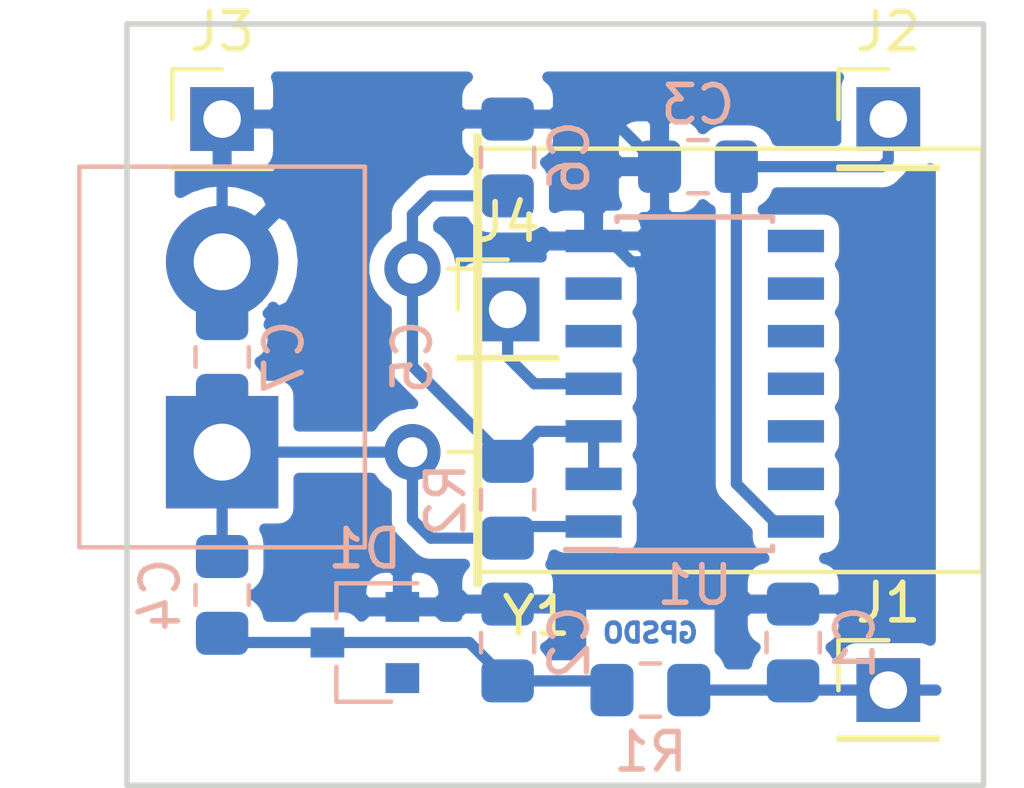
<source format=kicad_pcb>
(kicad_pcb (version 20171130) (host pcbnew 5.1.5)

  (general
    (thickness 1.6)
    (drawings 5)
    (tracks 52)
    (zones 0)
    (modules 16)
    (nets 8)
  )

  (page A4)
  (layers
    (0 F.Cu signal)
    (31 B.Cu signal)
    (32 B.Adhes user)
    (33 F.Adhes user)
    (34 B.Paste user)
    (35 F.Paste user)
    (36 B.SilkS user)
    (37 F.SilkS user)
    (38 B.Mask user)
    (39 F.Mask user)
    (40 Dwgs.User user)
    (41 Cmts.User user)
    (42 Eco1.User user)
    (43 Eco2.User user)
    (44 Edge.Cuts user)
    (45 Margin user)
    (46 B.CrtYd user)
    (47 F.CrtYd user hide)
    (48 B.Fab user)
    (49 F.Fab user hide)
  )

  (setup
    (last_trace_width 0.3)
    (trace_clearance 0.3)
    (zone_clearance 0.4)
    (zone_45_only no)
    (trace_min 0.3)
    (via_size 0.8)
    (via_drill 0.4)
    (via_min_size 0.4)
    (via_min_drill 0.3)
    (uvia_size 0.3)
    (uvia_drill 0.1)
    (uvias_allowed no)
    (uvia_min_size 0.2)
    (uvia_min_drill 0.1)
    (edge_width 0.15)
    (segment_width 0.2)
    (pcb_text_width 0.3)
    (pcb_text_size 1.5 1.5)
    (mod_edge_width 0.15)
    (mod_text_size 1 1)
    (mod_text_width 0.15)
    (pad_size 1.524 1.524)
    (pad_drill 0.762)
    (pad_to_mask_clearance 0.2)
    (aux_axis_origin 34.29 181.61)
    (visible_elements FFFBFF5F)
    (pcbplotparams
      (layerselection 0x00000_fffffffe)
      (usegerberextensions false)
      (usegerberattributes false)
      (usegerberadvancedattributes false)
      (creategerberjobfile false)
      (excludeedgelayer false)
      (linewidth 0.100000)
      (plotframeref false)
      (viasonmask false)
      (mode 1)
      (useauxorigin true)
      (hpglpennumber 1)
      (hpglpenspeed 20)
      (hpglpendiameter 15.000000)
      (psnegative false)
      (psa4output false)
      (plotreference true)
      (plotvalue true)
      (plotinvisibletext false)
      (padsonsilk false)
      (subtractmaskfromsilk false)
      (outputformat 1)
      (mirror false)
      (drillshape 0)
      (scaleselection 1)
      (outputdirectory "./"))
  )

  (net 0 "")
  (net 1 "Net-(C2-Pad1)")
  (net 2 "Net-(C1-Pad1)")
  (net 3 "Net-(C4-Pad1)")
  (net 4 "Net-(C6-Pad1)")
  (net 5 "Net-(J4-Pad1)")
  (net 6 GND)
  (net 7 +5V)

  (net_class Default "This is the default net class."
    (clearance 0.3)
    (trace_width 0.3)
    (via_dia 0.8)
    (via_drill 0.4)
    (uvia_dia 0.3)
    (uvia_drill 0.1)
    (diff_pair_width 0.3)
    (diff_pair_gap 0.25)
    (add_net +5V)
    (add_net GND)
    (add_net "Net-(C1-Pad1)")
    (add_net "Net-(C2-Pad1)")
    (add_net "Net-(C4-Pad1)")
    (add_net "Net-(C6-Pad1)")
    (add_net "Net-(J4-Pad1)")
  )

  (module Capacitor_SMD:C_0805_2012Metric_Pad1.15x1.40mm_HandSolder (layer B.Cu) (tedit 5B36C52B) (tstamp 5C5E9D57)
    (at 36.83 170.18 90)
    (descr "Capacitor SMD 0805 (2012 Metric), square (rectangular) end terminal, IPC_7351 nominal with elongated pad for handsoldering. (Body size source: https://docs.google.com/spreadsheets/d/1BsfQQcO9C6DZCsRaXUlFlo91Tg2WpOkGARC1WS5S8t0/edit?usp=sharing), generated with kicad-footprint-generator")
    (tags "capacitor handsolder")
    (path /5C5201E6)
    (attr smd)
    (fp_text reference C7 (at 0 1.65 90) (layer B.SilkS)
      (effects (font (size 1 1) (thickness 0.15)) (justify mirror))
    )
    (fp_text value 15pF (at 0 -1.65 90) (layer B.Fab)
      (effects (font (size 1 1) (thickness 0.15)) (justify mirror))
    )
    (fp_line (start -1 -0.6) (end -1 0.6) (layer B.Fab) (width 0.1))
    (fp_line (start -1 0.6) (end 1 0.6) (layer B.Fab) (width 0.1))
    (fp_line (start 1 0.6) (end 1 -0.6) (layer B.Fab) (width 0.1))
    (fp_line (start 1 -0.6) (end -1 -0.6) (layer B.Fab) (width 0.1))
    (fp_line (start -0.261252 0.71) (end 0.261252 0.71) (layer B.SilkS) (width 0.12))
    (fp_line (start -0.261252 -0.71) (end 0.261252 -0.71) (layer B.SilkS) (width 0.12))
    (fp_line (start -1.85 -0.95) (end -1.85 0.95) (layer B.CrtYd) (width 0.05))
    (fp_line (start -1.85 0.95) (end 1.85 0.95) (layer B.CrtYd) (width 0.05))
    (fp_line (start 1.85 0.95) (end 1.85 -0.95) (layer B.CrtYd) (width 0.05))
    (fp_line (start 1.85 -0.95) (end -1.85 -0.95) (layer B.CrtYd) (width 0.05))
    (fp_text user %R (at 0 0 90) (layer B.Fab)
      (effects (font (size 0.5 0.5) (thickness 0.08)) (justify mirror))
    )
    (pad 1 smd roundrect (at -1.025 0 90) (size 1.15 1.4) (layers B.Cu B.Paste B.Mask) (roundrect_rratio 0.217391)
      (net 3 "Net-(C4-Pad1)"))
    (pad 2 smd roundrect (at 1.025 0 90) (size 1.15 1.4) (layers B.Cu B.Paste B.Mask) (roundrect_rratio 0.217391)
      (net 6 GND))
    (model ${KISYS3DMOD}/Capacitor_SMD.3dshapes/C_0805_2012Metric.wrl
      (at (xyz 0 0 0))
      (scale (xyz 1 1 1))
      (rotate (xyz 0 0 0))
    )
  )

  (module TerminalBlock:TerminalBlock_bornier-2_P5.08mm (layer B.Cu) (tedit 59FF03AB) (tstamp 5C2CCBBA)
    (at 36.83 172.72 90)
    (descr "simple 2-pin terminal block, pitch 5.08mm, revamped version of bornier2")
    (tags "terminal block bornier2")
    (path /5C142BA5)
    (fp_text reference C5 (at 2.54 5.08 90) (layer B.SilkS)
      (effects (font (size 1 1) (thickness 0.15)) (justify mirror))
    )
    (fp_text value 20p (at 2.54 -5.08 90) (layer B.Fab)
      (effects (font (size 1 1) (thickness 0.15)) (justify mirror))
    )
    (fp_text user %R (at 2.54 0 90) (layer B.Fab)
      (effects (font (size 1 1) (thickness 0.15)) (justify mirror))
    )
    (fp_line (start -2.41 -2.55) (end 7.49 -2.55) (layer B.Fab) (width 0.1))
    (fp_line (start -2.46 3.75) (end -2.46 -3.75) (layer B.Fab) (width 0.1))
    (fp_line (start -2.46 -3.75) (end 7.54 -3.75) (layer B.Fab) (width 0.1))
    (fp_line (start 7.54 -3.75) (end 7.54 3.75) (layer B.Fab) (width 0.1))
    (fp_line (start 7.54 3.75) (end -2.46 3.75) (layer B.Fab) (width 0.1))
    (fp_line (start 7.62 -2.54) (end -2.54 -2.54) (layer B.SilkS) (width 0.12))
    (fp_line (start 7.62 -3.81) (end 7.62 3.81) (layer B.SilkS) (width 0.12))
    (fp_line (start 7.62 3.81) (end -2.54 3.81) (layer B.SilkS) (width 0.12))
    (fp_line (start -2.54 3.81) (end -2.54 -3.81) (layer B.SilkS) (width 0.12))
    (fp_line (start -2.54 -3.81) (end 7.62 -3.81) (layer B.SilkS) (width 0.12))
    (fp_line (start -2.71 4) (end 7.79 4) (layer B.CrtYd) (width 0.05))
    (fp_line (start -2.71 4) (end -2.71 -4) (layer B.CrtYd) (width 0.05))
    (fp_line (start 7.79 -4) (end 7.79 4) (layer B.CrtYd) (width 0.05))
    (fp_line (start 7.79 -4) (end -2.71 -4) (layer B.CrtYd) (width 0.05))
    (pad 1 thru_hole rect (at 0 0 90) (size 3 3) (drill 1.52) (layers *.Cu *.Mask)
      (net 3 "Net-(C4-Pad1)"))
    (pad 2 thru_hole circle (at 5.08 0 90) (size 3 3) (drill 1.52) (layers *.Cu *.Mask)
      (net 6 GND))
    (model ${KISYS3DMOD}/TerminalBlock.3dshapes/TerminalBlock_bornier-2_P5.08mm.wrl
      (offset (xyz 2.539999961853027 0 0))
      (scale (xyz 1 1 1))
      (rotate (xyz 0 0 0))
    )
  )

  (module Crystal:Crystal_HC49-U_Horizontal (layer F.Cu) (tedit 5A1AD3B8) (tstamp 5C2CD84B)
    (at 41.91 172.72 90)
    (descr "Crystal THT HC-49/U http://5hertz.com/pdfs/04404_D.pdf")
    (tags "THT crystal")
    (path /5C14622A)
    (fp_text reference Y1 (at -4.375 3.3125 180) (layer F.SilkS)
      (effects (font (size 1 1) (thickness 0.15)))
    )
    (fp_text value 10MHz (at 9.275 3.3125 180) (layer F.Fab)
      (effects (font (size 1 1) (thickness 0.15)))
    )
    (fp_text user %R (at 2.5 6.5 90) (layer F.Fab)
      (effects (font (size 1 1) (thickness 0.15)))
    )
    (fp_line (start -3 2) (end -3 15) (layer F.Fab) (width 0.1))
    (fp_line (start -3 15) (end 7.9 15) (layer F.Fab) (width 0.1))
    (fp_line (start 7.9 15) (end 7.9 2) (layer F.Fab) (width 0.1))
    (fp_line (start 7.9 2) (end -3 2) (layer F.Fab) (width 0.1))
    (fp_line (start 0 2) (end 0 1) (layer F.Fab) (width 0.1))
    (fp_line (start 0 1) (end 0 0) (layer F.Fab) (width 0.1))
    (fp_line (start 4.9 2) (end 4.9 1) (layer F.Fab) (width 0.1))
    (fp_line (start 4.9 1) (end 4.9 0) (layer F.Fab) (width 0.1))
    (fp_line (start -3.35 2) (end -3.35 1.9) (layer F.Fab) (width 0.1))
    (fp_line (start -3.35 1.9) (end 8.25 1.9) (layer F.Fab) (width 0.1))
    (fp_line (start 8.25 1.9) (end 8.25 2) (layer F.Fab) (width 0.1))
    (fp_line (start 8.25 2) (end -3.35 2) (layer F.Fab) (width 0.1))
    (fp_line (start -3.2 1.8) (end -3.2 15.2) (layer F.SilkS) (width 0.12))
    (fp_line (start -3.2 15.2) (end 8.1 15.2) (layer F.SilkS) (width 0.12))
    (fp_line (start 8.1 15.2) (end 8.1 1.8) (layer F.SilkS) (width 0.12))
    (fp_line (start 8.1 1.8) (end -3.2 1.8) (layer F.SilkS) (width 0.12))
    (fp_line (start 0 1.8) (end 0 0.95) (layer F.SilkS) (width 0.12))
    (fp_line (start 0 0.95) (end 0 0.95) (layer F.SilkS) (width 0.12))
    (fp_line (start 4.9 1.8) (end 4.9 0.95) (layer F.SilkS) (width 0.12))
    (fp_line (start 4.9 0.95) (end 4.9 0.95) (layer F.SilkS) (width 0.12))
    (fp_line (start -3.55 1.8) (end -3.55 1.68) (layer F.SilkS) (width 0.12))
    (fp_line (start -3.55 1.68) (end 8.45 1.68) (layer F.SilkS) (width 0.12))
    (fp_line (start 8.45 1.68) (end 8.45 1.8) (layer F.SilkS) (width 0.12))
    (fp_line (start 8.45 1.8) (end -3.55 1.8) (layer F.SilkS) (width 0.12))
    (fp_line (start -4.1 -1) (end -4.1 16.3) (layer F.CrtYd) (width 0.05))
    (fp_line (start -4.1 16.3) (end 9 16.3) (layer F.CrtYd) (width 0.05))
    (fp_line (start 9 16.3) (end 9 -1) (layer F.CrtYd) (width 0.05))
    (fp_line (start 9 -1) (end -4.1 -1) (layer F.CrtYd) (width 0.05))
    (pad 1 thru_hole circle (at 0 0 90) (size 1.5 1.5) (drill 0.8) (layers *.Cu *.Mask)
      (net 3 "Net-(C4-Pad1)"))
    (pad 2 thru_hole circle (at 4.9 0 90) (size 1.5 1.5) (drill 0.8) (layers *.Cu *.Mask)
      (net 4 "Net-(C6-Pad1)"))
    (model ${KISYS3DMOD}/Crystal.3dshapes/Crystal_HC49-U_Horizontal.wrl
      (at (xyz 0 0 0))
      (scale (xyz 1 1 1))
      (rotate (xyz 0 0 0))
    )
  )

  (module Capacitor_SMD:C_0805_2012Metric_Pad1.15x1.40mm_HandSolder (layer B.Cu) (tedit 5B36C52B) (tstamp 5C2CD806)
    (at 44.45 164.855 90)
    (descr "Capacitor SMD 0805 (2012 Metric), square (rectangular) end terminal, IPC_7351 nominal with elongated pad for handsoldering. (Body size source: https://docs.google.com/spreadsheets/d/1BsfQQcO9C6DZCsRaXUlFlo91Tg2WpOkGARC1WS5S8t0/edit?usp=sharing), generated with kicad-footprint-generator")
    (tags "capacitor handsolder")
    (path /5C142475)
    (attr smd)
    (fp_text reference C6 (at 0 1.65 90) (layer B.SilkS)
      (effects (font (size 1 1) (thickness 0.15)) (justify mirror))
    )
    (fp_text value 47p (at 0 -1.65 90) (layer B.Fab)
      (effects (font (size 1 1) (thickness 0.15)) (justify mirror))
    )
    (fp_text user %R (at 0 0 180) (layer B.Fab)
      (effects (font (size 0.5 0.5) (thickness 0.08)) (justify mirror))
    )
    (fp_line (start 1.85 -0.95) (end -1.85 -0.95) (layer B.CrtYd) (width 0.05))
    (fp_line (start 1.85 0.95) (end 1.85 -0.95) (layer B.CrtYd) (width 0.05))
    (fp_line (start -1.85 0.95) (end 1.85 0.95) (layer B.CrtYd) (width 0.05))
    (fp_line (start -1.85 -0.95) (end -1.85 0.95) (layer B.CrtYd) (width 0.05))
    (fp_line (start -0.261252 -0.71) (end 0.261252 -0.71) (layer B.SilkS) (width 0.12))
    (fp_line (start -0.261252 0.71) (end 0.261252 0.71) (layer B.SilkS) (width 0.12))
    (fp_line (start 1 -0.6) (end -1 -0.6) (layer B.Fab) (width 0.1))
    (fp_line (start 1 0.6) (end 1 -0.6) (layer B.Fab) (width 0.1))
    (fp_line (start -1 0.6) (end 1 0.6) (layer B.Fab) (width 0.1))
    (fp_line (start -1 -0.6) (end -1 0.6) (layer B.Fab) (width 0.1))
    (pad 2 smd roundrect (at 1.025 0 90) (size 1.15 1.4) (layers B.Cu B.Paste B.Mask) (roundrect_rratio 0.217391)
      (net 6 GND))
    (pad 1 smd roundrect (at -1.025 0 90) (size 1.15 1.4) (layers B.Cu B.Paste B.Mask) (roundrect_rratio 0.217391)
      (net 4 "Net-(C6-Pad1)"))
    (model ${KISYS3DMOD}/Capacitor_SMD.3dshapes/C_0805_2012Metric.wrl
      (at (xyz 0 0 0))
      (scale (xyz 1 1 1))
      (rotate (xyz 0 0 0))
    )
  )

  (module Capacitor_SMD:C_0805_2012Metric_Pad1.15x1.40mm_HandSolder (layer B.Cu) (tedit 5B36C52B) (tstamp 5C2CD79A)
    (at 36.83 176.53 270)
    (descr "Capacitor SMD 0805 (2012 Metric), square (rectangular) end terminal, IPC_7351 nominal with elongated pad for handsoldering. (Body size source: https://docs.google.com/spreadsheets/d/1BsfQQcO9C6DZCsRaXUlFlo91Tg2WpOkGARC1WS5S8t0/edit?usp=sharing), generated with kicad-footprint-generator")
    (tags "capacitor handsolder")
    (path /5C142739)
    (attr smd)
    (fp_text reference C4 (at 0 1.65 270) (layer B.SilkS)
      (effects (font (size 1 1) (thickness 0.15)) (justify mirror))
    )
    (fp_text value 10p (at 0 -1.65 270) (layer B.Fab)
      (effects (font (size 1 1) (thickness 0.15)) (justify mirror))
    )
    (fp_text user %R (at 0 0 270) (layer B.Fab)
      (effects (font (size 0.5 0.5) (thickness 0.08)) (justify mirror))
    )
    (fp_line (start 1.85 -0.95) (end -1.85 -0.95) (layer B.CrtYd) (width 0.05))
    (fp_line (start 1.85 0.95) (end 1.85 -0.95) (layer B.CrtYd) (width 0.05))
    (fp_line (start -1.85 0.95) (end 1.85 0.95) (layer B.CrtYd) (width 0.05))
    (fp_line (start -1.85 -0.95) (end -1.85 0.95) (layer B.CrtYd) (width 0.05))
    (fp_line (start -0.261252 -0.71) (end 0.261252 -0.71) (layer B.SilkS) (width 0.12))
    (fp_line (start -0.261252 0.71) (end 0.261252 0.71) (layer B.SilkS) (width 0.12))
    (fp_line (start 1 -0.6) (end -1 -0.6) (layer B.Fab) (width 0.1))
    (fp_line (start 1 0.6) (end 1 -0.6) (layer B.Fab) (width 0.1))
    (fp_line (start -1 0.6) (end 1 0.6) (layer B.Fab) (width 0.1))
    (fp_line (start -1 -0.6) (end -1 0.6) (layer B.Fab) (width 0.1))
    (pad 2 smd roundrect (at 1.025 0 270) (size 1.15 1.4) (layers B.Cu B.Paste B.Mask) (roundrect_rratio 0.217391)
      (net 1 "Net-(C2-Pad1)"))
    (pad 1 smd roundrect (at -1.025 0 270) (size 1.15 1.4) (layers B.Cu B.Paste B.Mask) (roundrect_rratio 0.217391)
      (net 3 "Net-(C4-Pad1)"))
    (model ${KISYS3DMOD}/Capacitor_SMD.3dshapes/C_0805_2012Metric.wrl
      (at (xyz 0 0 0))
      (scale (xyz 1 1 1))
      (rotate (xyz 0 0 0))
    )
  )

  (module Capacitor_SMD:C_0805_2012Metric_Pad1.15x1.40mm_HandSolder (layer B.Cu) (tedit 5B36C52B) (tstamp 5C2CD96B)
    (at 49.53 165.1 180)
    (descr "Capacitor SMD 0805 (2012 Metric), square (rectangular) end terminal, IPC_7351 nominal with elongated pad for handsoldering. (Body size source: https://docs.google.com/spreadsheets/d/1BsfQQcO9C6DZCsRaXUlFlo91Tg2WpOkGARC1WS5S8t0/edit?usp=sharing), generated with kicad-footprint-generator")
    (tags "capacitor handsolder")
    (path /5C1423F7)
    (attr smd)
    (fp_text reference C3 (at 0 1.65 180) (layer B.SilkS)
      (effects (font (size 1 1) (thickness 0.15)) (justify mirror))
    )
    (fp_text value 100n (at 0 -1.65 180) (layer B.Fab)
      (effects (font (size 1 1) (thickness 0.15)) (justify mirror))
    )
    (fp_line (start -1 -0.6) (end -1 0.6) (layer B.Fab) (width 0.1))
    (fp_line (start -1 0.6) (end 1 0.6) (layer B.Fab) (width 0.1))
    (fp_line (start 1 0.6) (end 1 -0.6) (layer B.Fab) (width 0.1))
    (fp_line (start 1 -0.6) (end -1 -0.6) (layer B.Fab) (width 0.1))
    (fp_line (start -0.261252 0.71) (end 0.261252 0.71) (layer B.SilkS) (width 0.12))
    (fp_line (start -0.261252 -0.71) (end 0.261252 -0.71) (layer B.SilkS) (width 0.12))
    (fp_line (start -1.85 -0.95) (end -1.85 0.95) (layer B.CrtYd) (width 0.05))
    (fp_line (start -1.85 0.95) (end 1.85 0.95) (layer B.CrtYd) (width 0.05))
    (fp_line (start 1.85 0.95) (end 1.85 -0.95) (layer B.CrtYd) (width 0.05))
    (fp_line (start 1.85 -0.95) (end -1.85 -0.95) (layer B.CrtYd) (width 0.05))
    (fp_text user %R (at 0 0 180) (layer B.Fab)
      (effects (font (size 0.5 0.5) (thickness 0.08)) (justify mirror))
    )
    (pad 1 smd roundrect (at -1.025 0 180) (size 1.15 1.4) (layers B.Cu B.Paste B.Mask) (roundrect_rratio 0.217391)
      (net 7 +5V))
    (pad 2 smd roundrect (at 1.025 0 180) (size 1.15 1.4) (layers B.Cu B.Paste B.Mask) (roundrect_rratio 0.217391)
      (net 6 GND))
    (model ${KISYS3DMOD}/Capacitor_SMD.3dshapes/C_0805_2012Metric.wrl
      (at (xyz 0 0 0))
      (scale (xyz 1 1 1))
      (rotate (xyz 0 0 0))
    )
  )

  (module Capacitor_SMD:C_0805_2012Metric_Pad1.15x1.40mm_HandSolder (layer B.Cu) (tedit 5B36C52B) (tstamp 5C2CD938)
    (at 44.45 177.8 90)
    (descr "Capacitor SMD 0805 (2012 Metric), square (rectangular) end terminal, IPC_7351 nominal with elongated pad for handsoldering. (Body size source: https://docs.google.com/spreadsheets/d/1BsfQQcO9C6DZCsRaXUlFlo91Tg2WpOkGARC1WS5S8t0/edit?usp=sharing), generated with kicad-footprint-generator")
    (tags "capacitor handsolder")
    (path /5C1427A9)
    (attr smd)
    (fp_text reference C2 (at 0 1.65 90) (layer B.SilkS)
      (effects (font (size 1 1) (thickness 0.15)) (justify mirror))
    )
    (fp_text value 3p3 (at 0 -1.65 90) (layer B.Fab)
      (effects (font (size 1 1) (thickness 0.15)) (justify mirror))
    )
    (fp_text user %R (at 0 0 90) (layer B.Fab)
      (effects (font (size 0.5 0.5) (thickness 0.08)) (justify mirror))
    )
    (fp_line (start 1.85 -0.95) (end -1.85 -0.95) (layer B.CrtYd) (width 0.05))
    (fp_line (start 1.85 0.95) (end 1.85 -0.95) (layer B.CrtYd) (width 0.05))
    (fp_line (start -1.85 0.95) (end 1.85 0.95) (layer B.CrtYd) (width 0.05))
    (fp_line (start -1.85 -0.95) (end -1.85 0.95) (layer B.CrtYd) (width 0.05))
    (fp_line (start -0.261252 -0.71) (end 0.261252 -0.71) (layer B.SilkS) (width 0.12))
    (fp_line (start -0.261252 0.71) (end 0.261252 0.71) (layer B.SilkS) (width 0.12))
    (fp_line (start 1 -0.6) (end -1 -0.6) (layer B.Fab) (width 0.1))
    (fp_line (start 1 0.6) (end 1 -0.6) (layer B.Fab) (width 0.1))
    (fp_line (start -1 0.6) (end 1 0.6) (layer B.Fab) (width 0.1))
    (fp_line (start -1 -0.6) (end -1 0.6) (layer B.Fab) (width 0.1))
    (pad 2 smd roundrect (at 1.025 0 90) (size 1.15 1.4) (layers B.Cu B.Paste B.Mask) (roundrect_rratio 0.217391)
      (net 6 GND))
    (pad 1 smd roundrect (at -1.025 0 90) (size 1.15 1.4) (layers B.Cu B.Paste B.Mask) (roundrect_rratio 0.217391)
      (net 1 "Net-(C2-Pad1)"))
    (model ${KISYS3DMOD}/Capacitor_SMD.3dshapes/C_0805_2012Metric.wrl
      (at (xyz 0 0 0))
      (scale (xyz 1 1 1))
      (rotate (xyz 0 0 0))
    )
  )

  (module Capacitor_SMD:C_0805_2012Metric_Pad1.15x1.40mm_HandSolder (layer B.Cu) (tedit 5B36C52B) (tstamp 5C2CD7D0)
    (at 52.07 177.8 90)
    (descr "Capacitor SMD 0805 (2012 Metric), square (rectangular) end terminal, IPC_7351 nominal with elongated pad for handsoldering. (Body size source: https://docs.google.com/spreadsheets/d/1BsfQQcO9C6DZCsRaXUlFlo91Tg2WpOkGARC1WS5S8t0/edit?usp=sharing), generated with kicad-footprint-generator")
    (tags "capacitor handsolder")
    (path /5C142800)
    (attr smd)
    (fp_text reference C1 (at 0 1.65 90) (layer B.SilkS)
      (effects (font (size 1 1) (thickness 0.15)) (justify mirror))
    )
    (fp_text value 10n (at 0 -1.65 90) (layer B.Fab)
      (effects (font (size 1 1) (thickness 0.15)) (justify mirror))
    )
    (fp_line (start -1 -0.6) (end -1 0.6) (layer B.Fab) (width 0.1))
    (fp_line (start -1 0.6) (end 1 0.6) (layer B.Fab) (width 0.1))
    (fp_line (start 1 0.6) (end 1 -0.6) (layer B.Fab) (width 0.1))
    (fp_line (start 1 -0.6) (end -1 -0.6) (layer B.Fab) (width 0.1))
    (fp_line (start -0.261252 0.71) (end 0.261252 0.71) (layer B.SilkS) (width 0.12))
    (fp_line (start -0.261252 -0.71) (end 0.261252 -0.71) (layer B.SilkS) (width 0.12))
    (fp_line (start -1.85 -0.95) (end -1.85 0.95) (layer B.CrtYd) (width 0.05))
    (fp_line (start -1.85 0.95) (end 1.85 0.95) (layer B.CrtYd) (width 0.05))
    (fp_line (start 1.85 0.95) (end 1.85 -0.95) (layer B.CrtYd) (width 0.05))
    (fp_line (start 1.85 -0.95) (end -1.85 -0.95) (layer B.CrtYd) (width 0.05))
    (fp_text user %R (at 0 0 90) (layer B.Fab)
      (effects (font (size 0.5 0.5) (thickness 0.08)) (justify mirror))
    )
    (pad 1 smd roundrect (at -1.025 0 90) (size 1.15 1.4) (layers B.Cu B.Paste B.Mask) (roundrect_rratio 0.217391)
      (net 2 "Net-(C1-Pad1)"))
    (pad 2 smd roundrect (at 1.025 0 90) (size 1.15 1.4) (layers B.Cu B.Paste B.Mask) (roundrect_rratio 0.217391)
      (net 6 GND))
    (model ${KISYS3DMOD}/Capacitor_SMD.3dshapes/C_0805_2012Metric.wrl
      (at (xyz 0 0 0))
      (scale (xyz 1 1 1))
      (rotate (xyz 0 0 0))
    )
  )

  (module Connector_PinHeader_2.54mm:PinHeader_1x01_P2.54mm_Vertical (layer F.Cu) (tedit 59FED5CC) (tstamp 5C2CD6F3)
    (at 44.45 168.91)
    (descr "Through hole straight pin header, 1x01, 2.54mm pitch, single row")
    (tags "Through hole pin header THT 1x01 2.54mm single row")
    (path /5C143B0A)
    (fp_text reference J4 (at 0 -2.33) (layer F.SilkS)
      (effects (font (size 1 1) (thickness 0.15)))
    )
    (fp_text value Conn_01x01_Male (at 0 2.33) (layer F.Fab)
      (effects (font (size 1 1) (thickness 0.15)))
    )
    (fp_text user %R (at 0 0 90) (layer F.Fab)
      (effects (font (size 1 1) (thickness 0.15)))
    )
    (fp_line (start 1.8 -1.8) (end -1.8 -1.8) (layer F.CrtYd) (width 0.05))
    (fp_line (start 1.8 1.8) (end 1.8 -1.8) (layer F.CrtYd) (width 0.05))
    (fp_line (start -1.8 1.8) (end 1.8 1.8) (layer F.CrtYd) (width 0.05))
    (fp_line (start -1.8 -1.8) (end -1.8 1.8) (layer F.CrtYd) (width 0.05))
    (fp_line (start -1.33 -1.33) (end 0 -1.33) (layer F.SilkS) (width 0.12))
    (fp_line (start -1.33 0) (end -1.33 -1.33) (layer F.SilkS) (width 0.12))
    (fp_line (start -1.33 1.27) (end 1.33 1.27) (layer F.SilkS) (width 0.12))
    (fp_line (start 1.33 1.27) (end 1.33 1.33) (layer F.SilkS) (width 0.12))
    (fp_line (start -1.33 1.27) (end -1.33 1.33) (layer F.SilkS) (width 0.12))
    (fp_line (start -1.33 1.33) (end 1.33 1.33) (layer F.SilkS) (width 0.12))
    (fp_line (start -1.27 -0.635) (end -0.635 -1.27) (layer F.Fab) (width 0.1))
    (fp_line (start -1.27 1.27) (end -1.27 -0.635) (layer F.Fab) (width 0.1))
    (fp_line (start 1.27 1.27) (end -1.27 1.27) (layer F.Fab) (width 0.1))
    (fp_line (start 1.27 -1.27) (end 1.27 1.27) (layer F.Fab) (width 0.1))
    (fp_line (start -0.635 -1.27) (end 1.27 -1.27) (layer F.Fab) (width 0.1))
    (pad 1 thru_hole rect (at 0 0) (size 1.7 1.7) (drill 1) (layers *.Cu *.Mask)
      (net 5 "Net-(J4-Pad1)"))
    (model ${KISYS3DMOD}/Connector_PinHeader_2.54mm.3dshapes/PinHeader_1x01_P2.54mm_Vertical.wrl
      (at (xyz 0 0 0))
      (scale (xyz 1 1 1))
      (rotate (xyz 0 0 0))
    )
  )

  (module Connector_PinHeader_2.54mm:PinHeader_1x01_P2.54mm_Vertical (layer F.Cu) (tedit 59FED5CC) (tstamp 5C209826)
    (at 36.83 163.83)
    (descr "Through hole straight pin header, 1x01, 2.54mm pitch, single row")
    (tags "Through hole pin header THT 1x01 2.54mm single row")
    (path /5C14403B)
    (fp_text reference J3 (at 0 -2.33) (layer F.SilkS)
      (effects (font (size 1 1) (thickness 0.15)))
    )
    (fp_text value Conn_01x01_Male (at 0 2.33) (layer F.Fab)
      (effects (font (size 1 1) (thickness 0.15)))
    )
    (fp_line (start -0.635 -1.27) (end 1.27 -1.27) (layer F.Fab) (width 0.1))
    (fp_line (start 1.27 -1.27) (end 1.27 1.27) (layer F.Fab) (width 0.1))
    (fp_line (start 1.27 1.27) (end -1.27 1.27) (layer F.Fab) (width 0.1))
    (fp_line (start -1.27 1.27) (end -1.27 -0.635) (layer F.Fab) (width 0.1))
    (fp_line (start -1.27 -0.635) (end -0.635 -1.27) (layer F.Fab) (width 0.1))
    (fp_line (start -1.33 1.33) (end 1.33 1.33) (layer F.SilkS) (width 0.12))
    (fp_line (start -1.33 1.27) (end -1.33 1.33) (layer F.SilkS) (width 0.12))
    (fp_line (start 1.33 1.27) (end 1.33 1.33) (layer F.SilkS) (width 0.12))
    (fp_line (start -1.33 1.27) (end 1.33 1.27) (layer F.SilkS) (width 0.12))
    (fp_line (start -1.33 0) (end -1.33 -1.33) (layer F.SilkS) (width 0.12))
    (fp_line (start -1.33 -1.33) (end 0 -1.33) (layer F.SilkS) (width 0.12))
    (fp_line (start -1.8 -1.8) (end -1.8 1.8) (layer F.CrtYd) (width 0.05))
    (fp_line (start -1.8 1.8) (end 1.8 1.8) (layer F.CrtYd) (width 0.05))
    (fp_line (start 1.8 1.8) (end 1.8 -1.8) (layer F.CrtYd) (width 0.05))
    (fp_line (start 1.8 -1.8) (end -1.8 -1.8) (layer F.CrtYd) (width 0.05))
    (fp_text user %R (at 0 0 90) (layer F.Fab)
      (effects (font (size 1 1) (thickness 0.15)))
    )
    (pad 1 thru_hole rect (at 0 0) (size 1.7 1.7) (drill 1) (layers *.Cu *.Mask)
      (net 6 GND))
    (model ${KISYS3DMOD}/Connector_PinHeader_2.54mm.3dshapes/PinHeader_1x01_P2.54mm_Vertical.wrl
      (at (xyz 0 0 0))
      (scale (xyz 1 1 1))
      (rotate (xyz 0 0 0))
    )
  )

  (module Connector_PinHeader_2.54mm:PinHeader_1x01_P2.54mm_Vertical (layer F.Cu) (tedit 59FED5CC) (tstamp 5C2CD6AE)
    (at 54.61 163.83)
    (descr "Through hole straight pin header, 1x01, 2.54mm pitch, single row")
    (tags "Through hole pin header THT 1x01 2.54mm single row")
    (path /5C143C25)
    (fp_text reference J2 (at 0 -2.33) (layer F.SilkS)
      (effects (font (size 1 1) (thickness 0.15)))
    )
    (fp_text value Conn_01x01_Male (at 0 2.33) (layer F.Fab)
      (effects (font (size 1 1) (thickness 0.15)))
    )
    (fp_text user %R (at 0 0 90) (layer F.Fab)
      (effects (font (size 1 1) (thickness 0.15)))
    )
    (fp_line (start 1.8 -1.8) (end -1.8 -1.8) (layer F.CrtYd) (width 0.05))
    (fp_line (start 1.8 1.8) (end 1.8 -1.8) (layer F.CrtYd) (width 0.05))
    (fp_line (start -1.8 1.8) (end 1.8 1.8) (layer F.CrtYd) (width 0.05))
    (fp_line (start -1.8 -1.8) (end -1.8 1.8) (layer F.CrtYd) (width 0.05))
    (fp_line (start -1.33 -1.33) (end 0 -1.33) (layer F.SilkS) (width 0.12))
    (fp_line (start -1.33 0) (end -1.33 -1.33) (layer F.SilkS) (width 0.12))
    (fp_line (start -1.33 1.27) (end 1.33 1.27) (layer F.SilkS) (width 0.12))
    (fp_line (start 1.33 1.27) (end 1.33 1.33) (layer F.SilkS) (width 0.12))
    (fp_line (start -1.33 1.27) (end -1.33 1.33) (layer F.SilkS) (width 0.12))
    (fp_line (start -1.33 1.33) (end 1.33 1.33) (layer F.SilkS) (width 0.12))
    (fp_line (start -1.27 -0.635) (end -0.635 -1.27) (layer F.Fab) (width 0.1))
    (fp_line (start -1.27 1.27) (end -1.27 -0.635) (layer F.Fab) (width 0.1))
    (fp_line (start 1.27 1.27) (end -1.27 1.27) (layer F.Fab) (width 0.1))
    (fp_line (start 1.27 -1.27) (end 1.27 1.27) (layer F.Fab) (width 0.1))
    (fp_line (start -0.635 -1.27) (end 1.27 -1.27) (layer F.Fab) (width 0.1))
    (pad 1 thru_hole rect (at 0 0) (size 1.7 1.7) (drill 1) (layers *.Cu *.Mask)
      (net 7 +5V))
    (model ${KISYS3DMOD}/Connector_PinHeader_2.54mm.3dshapes/PinHeader_1x01_P2.54mm_Vertical.wrl
      (at (xyz 0 0 0))
      (scale (xyz 1 1 1))
      (rotate (xyz 0 0 0))
    )
  )

  (module Connector_PinHeader_2.54mm:PinHeader_1x01_P2.54mm_Vertical (layer F.Cu) (tedit 59FED5CC) (tstamp 5C2CD8FD)
    (at 54.61 179.07)
    (descr "Through hole straight pin header, 1x01, 2.54mm pitch, single row")
    (tags "Through hole pin header THT 1x01 2.54mm single row")
    (path /5C14421C)
    (fp_text reference J1 (at 0 -2.33) (layer F.SilkS)
      (effects (font (size 1 1) (thickness 0.15)))
    )
    (fp_text value Conn_01x01_Male (at 0 2.33) (layer F.Fab)
      (effects (font (size 1 1) (thickness 0.15)))
    )
    (fp_line (start -0.635 -1.27) (end 1.27 -1.27) (layer F.Fab) (width 0.1))
    (fp_line (start 1.27 -1.27) (end 1.27 1.27) (layer F.Fab) (width 0.1))
    (fp_line (start 1.27 1.27) (end -1.27 1.27) (layer F.Fab) (width 0.1))
    (fp_line (start -1.27 1.27) (end -1.27 -0.635) (layer F.Fab) (width 0.1))
    (fp_line (start -1.27 -0.635) (end -0.635 -1.27) (layer F.Fab) (width 0.1))
    (fp_line (start -1.33 1.33) (end 1.33 1.33) (layer F.SilkS) (width 0.12))
    (fp_line (start -1.33 1.27) (end -1.33 1.33) (layer F.SilkS) (width 0.12))
    (fp_line (start 1.33 1.27) (end 1.33 1.33) (layer F.SilkS) (width 0.12))
    (fp_line (start -1.33 1.27) (end 1.33 1.27) (layer F.SilkS) (width 0.12))
    (fp_line (start -1.33 0) (end -1.33 -1.33) (layer F.SilkS) (width 0.12))
    (fp_line (start -1.33 -1.33) (end 0 -1.33) (layer F.SilkS) (width 0.12))
    (fp_line (start -1.8 -1.8) (end -1.8 1.8) (layer F.CrtYd) (width 0.05))
    (fp_line (start -1.8 1.8) (end 1.8 1.8) (layer F.CrtYd) (width 0.05))
    (fp_line (start 1.8 1.8) (end 1.8 -1.8) (layer F.CrtYd) (width 0.05))
    (fp_line (start 1.8 -1.8) (end -1.8 -1.8) (layer F.CrtYd) (width 0.05))
    (fp_text user %R (at 0 0 90) (layer F.Fab)
      (effects (font (size 1 1) (thickness 0.15)))
    )
    (pad 1 thru_hole rect (at 0 0) (size 1.7 1.7) (drill 1) (layers *.Cu *.Mask)
      (net 2 "Net-(C1-Pad1)"))
    (model ${KISYS3DMOD}/Connector_PinHeader_2.54mm.3dshapes/PinHeader_1x01_P2.54mm_Vertical.wrl
      (at (xyz 0 0 0))
      (scale (xyz 1 1 1))
      (rotate (xyz 0 0 0))
    )
  )

  (module Diode_SMD:D_SOT-23_ANK (layer B.Cu) (tedit 587CCEF9) (tstamp 5C2CD8B1)
    (at 40.64 177.8 180)
    (descr "SOT-23, Single Diode")
    (tags SOT-23)
    (path /5C143230)
    (attr smd)
    (fp_text reference D1 (at 0 2.5 180) (layer B.SilkS)
      (effects (font (size 1 1) (thickness 0.15)) (justify mirror))
    )
    (fp_text value BBY40 (at 0 -2.5 180) (layer B.Fab)
      (effects (font (size 1 1) (thickness 0.15)) (justify mirror))
    )
    (fp_text user %R (at 0 2.5 180) (layer B.Fab)
      (effects (font (size 1 1) (thickness 0.15)) (justify mirror))
    )
    (fp_line (start -0.15 0.45) (end -0.4 0.45) (layer B.Fab) (width 0.1))
    (fp_line (start -0.15 0.25) (end 0.15 0.45) (layer B.Fab) (width 0.1))
    (fp_line (start -0.15 0.65) (end -0.15 0.25) (layer B.Fab) (width 0.1))
    (fp_line (start 0.15 0.45) (end -0.15 0.65) (layer B.Fab) (width 0.1))
    (fp_line (start 0.15 0.45) (end 0.4 0.45) (layer B.Fab) (width 0.1))
    (fp_line (start 0.15 0.65) (end 0.15 0.25) (layer B.Fab) (width 0.1))
    (fp_line (start 0.76 -1.58) (end 0.76 -0.65) (layer B.SilkS) (width 0.12))
    (fp_line (start 0.76 1.58) (end 0.76 0.65) (layer B.SilkS) (width 0.12))
    (fp_line (start 0.7 1.52) (end 0.7 -1.52) (layer B.Fab) (width 0.1))
    (fp_line (start -0.7 -1.52) (end 0.7 -1.52) (layer B.Fab) (width 0.1))
    (fp_line (start -1.7 1.75) (end 1.7 1.75) (layer B.CrtYd) (width 0.05))
    (fp_line (start 1.7 1.75) (end 1.7 -1.75) (layer B.CrtYd) (width 0.05))
    (fp_line (start 1.7 -1.75) (end -1.7 -1.75) (layer B.CrtYd) (width 0.05))
    (fp_line (start -1.7 -1.75) (end -1.7 1.75) (layer B.CrtYd) (width 0.05))
    (fp_line (start 0.76 1.58) (end -1.4 1.58) (layer B.SilkS) (width 0.12))
    (fp_line (start -0.7 1.52) (end 0.7 1.52) (layer B.Fab) (width 0.1))
    (fp_line (start -0.7 1.52) (end -0.7 -1.52) (layer B.Fab) (width 0.1))
    (fp_line (start 0.76 -1.58) (end -0.7 -1.58) (layer B.SilkS) (width 0.12))
    (pad 2 smd rect (at -1 0.95 180) (size 0.9 0.8) (layers B.Cu B.Paste B.Mask)
      (net 6 GND))
    (pad "" smd rect (at -1 -0.95 180) (size 0.9 0.8) (layers B.Cu B.Paste B.Mask))
    (pad 1 smd rect (at 1 0 180) (size 0.9 0.8) (layers B.Cu B.Paste B.Mask)
      (net 1 "Net-(C2-Pad1)"))
    (model ${KISYS3DMOD}/Diode_SMD.3dshapes/D_SOT-23.wrl
      (at (xyz 0 0 0))
      (scale (xyz 1 1 1))
      (rotate (xyz 0 0 0))
    )
  )

  (module Package_SO:SOIC-14_3.9x8.7mm_P1.27mm (layer B.Cu) (tedit 5A02F2D3) (tstamp 5C2CD743)
    (at 49.445001 170.894075)
    (descr "14-Lead Plastic Small Outline (SL) - Narrow, 3.90 mm Body [SOIC] (see Microchip Packaging Specification 00000049BS.pdf)")
    (tags "SOIC 1.27")
    (path /5C142221)
    (attr smd)
    (fp_text reference U1 (at 0 5.375) (layer B.SilkS)
      (effects (font (size 1 1) (thickness 0.15)) (justify mirror))
    )
    (fp_text value 74HC04 (at 0 -5.375) (layer B.Fab)
      (effects (font (size 1 1) (thickness 0.15)) (justify mirror))
    )
    (fp_text user %R (at 0 0) (layer B.Fab)
      (effects (font (size 0.9 0.9) (thickness 0.135)) (justify mirror))
    )
    (fp_line (start -0.95 4.35) (end 1.95 4.35) (layer B.Fab) (width 0.15))
    (fp_line (start 1.95 4.35) (end 1.95 -4.35) (layer B.Fab) (width 0.15))
    (fp_line (start 1.95 -4.35) (end -1.95 -4.35) (layer B.Fab) (width 0.15))
    (fp_line (start -1.95 -4.35) (end -1.95 3.35) (layer B.Fab) (width 0.15))
    (fp_line (start -1.95 3.35) (end -0.95 4.35) (layer B.Fab) (width 0.15))
    (fp_line (start -3.7 4.65) (end -3.7 -4.65) (layer B.CrtYd) (width 0.05))
    (fp_line (start 3.7 4.65) (end 3.7 -4.65) (layer B.CrtYd) (width 0.05))
    (fp_line (start -3.7 4.65) (end 3.7 4.65) (layer B.CrtYd) (width 0.05))
    (fp_line (start -3.7 -4.65) (end 3.7 -4.65) (layer B.CrtYd) (width 0.05))
    (fp_line (start -2.075 4.45) (end -2.075 4.425) (layer B.SilkS) (width 0.15))
    (fp_line (start 2.075 4.45) (end 2.075 4.335) (layer B.SilkS) (width 0.15))
    (fp_line (start 2.075 -4.45) (end 2.075 -4.335) (layer B.SilkS) (width 0.15))
    (fp_line (start -2.075 -4.45) (end -2.075 -4.335) (layer B.SilkS) (width 0.15))
    (fp_line (start -2.075 4.45) (end 2.075 4.45) (layer B.SilkS) (width 0.15))
    (fp_line (start -2.075 -4.45) (end 2.075 -4.45) (layer B.SilkS) (width 0.15))
    (fp_line (start -2.075 4.425) (end -3.45 4.425) (layer B.SilkS) (width 0.15))
    (pad 1 smd rect (at -2.7 3.81) (size 1.5 0.6) (layers B.Cu B.Paste B.Mask)
      (net 3 "Net-(C4-Pad1)"))
    (pad 2 smd rect (at -2.7 2.54) (size 1.5 0.6) (layers B.Cu B.Paste B.Mask)
      (net 4 "Net-(C6-Pad1)"))
    (pad 3 smd rect (at -2.7 1.27) (size 1.5 0.6) (layers B.Cu B.Paste B.Mask)
      (net 4 "Net-(C6-Pad1)"))
    (pad 4 smd rect (at -2.7 0) (size 1.5 0.6) (layers B.Cu B.Paste B.Mask)
      (net 5 "Net-(J4-Pad1)"))
    (pad 5 smd rect (at -2.7 -1.27) (size 1.5 0.6) (layers B.Cu B.Paste B.Mask))
    (pad 6 smd rect (at -2.7 -2.54) (size 1.5 0.6) (layers B.Cu B.Paste B.Mask))
    (pad 7 smd rect (at -2.7 -3.81) (size 1.5 0.6) (layers B.Cu B.Paste B.Mask)
      (net 6 GND))
    (pad 8 smd rect (at 2.7 -3.81) (size 1.5 0.6) (layers B.Cu B.Paste B.Mask))
    (pad 9 smd rect (at 2.7 -2.54) (size 1.5 0.6) (layers B.Cu B.Paste B.Mask))
    (pad 10 smd rect (at 2.7 -1.27) (size 1.5 0.6) (layers B.Cu B.Paste B.Mask))
    (pad 11 smd rect (at 2.7 0) (size 1.5 0.6) (layers B.Cu B.Paste B.Mask))
    (pad 12 smd rect (at 2.7 1.27) (size 1.5 0.6) (layers B.Cu B.Paste B.Mask))
    (pad 13 smd rect (at 2.7 2.54) (size 1.5 0.6) (layers B.Cu B.Paste B.Mask))
    (pad 14 smd rect (at 2.7 3.81) (size 1.5 0.6) (layers B.Cu B.Paste B.Mask)
      (net 7 +5V))
    (model ${KISYS3DMOD}/Package_SO.3dshapes/SOIC-14_3.9x8.7mm_P1.27mm.wrl
      (at (xyz 0 0 0))
      (scale (xyz 1 1 1))
      (rotate (xyz 0 0 0))
    )
  )

  (module Resistor_SMD:R_0805_2012Metric_Pad1.15x1.40mm_HandSolder (layer B.Cu) (tedit 5B36C52B) (tstamp 5C2CD9DA)
    (at 44.45 173.99 270)
    (descr "Resistor SMD 0805 (2012 Metric), square (rectangular) end terminal, IPC_7351 nominal with elongated pad for handsoldering. (Body size source: https://docs.google.com/spreadsheets/d/1BsfQQcO9C6DZCsRaXUlFlo91Tg2WpOkGARC1WS5S8t0/edit?usp=sharing), generated with kicad-footprint-generator")
    (tags "resistor handsolder")
    (path /5C142966)
    (attr smd)
    (fp_text reference R2 (at 0 1.65 270) (layer B.SilkS)
      (effects (font (size 1 1) (thickness 0.15)) (justify mirror))
    )
    (fp_text value 1M (at 0 -1.65 270) (layer B.Fab)
      (effects (font (size 1 1) (thickness 0.15)) (justify mirror))
    )
    (fp_text user %R (at 0 0 270) (layer B.Fab)
      (effects (font (size 0.5 0.5) (thickness 0.08)) (justify mirror))
    )
    (fp_line (start 1.85 -0.95) (end -1.85 -0.95) (layer B.CrtYd) (width 0.05))
    (fp_line (start 1.85 0.95) (end 1.85 -0.95) (layer B.CrtYd) (width 0.05))
    (fp_line (start -1.85 0.95) (end 1.85 0.95) (layer B.CrtYd) (width 0.05))
    (fp_line (start -1.85 -0.95) (end -1.85 0.95) (layer B.CrtYd) (width 0.05))
    (fp_line (start -0.261252 -0.71) (end 0.261252 -0.71) (layer B.SilkS) (width 0.12))
    (fp_line (start -0.261252 0.71) (end 0.261252 0.71) (layer B.SilkS) (width 0.12))
    (fp_line (start 1 -0.6) (end -1 -0.6) (layer B.Fab) (width 0.1))
    (fp_line (start 1 0.6) (end 1 -0.6) (layer B.Fab) (width 0.1))
    (fp_line (start -1 0.6) (end 1 0.6) (layer B.Fab) (width 0.1))
    (fp_line (start -1 -0.6) (end -1 0.6) (layer B.Fab) (width 0.1))
    (pad 2 smd roundrect (at 1.025 0 270) (size 1.15 1.4) (layers B.Cu B.Paste B.Mask) (roundrect_rratio 0.217391)
      (net 3 "Net-(C4-Pad1)"))
    (pad 1 smd roundrect (at -1.025 0 270) (size 1.15 1.4) (layers B.Cu B.Paste B.Mask) (roundrect_rratio 0.217391)
      (net 4 "Net-(C6-Pad1)"))
    (model ${KISYS3DMOD}/Resistor_SMD.3dshapes/R_0805_2012Metric.wrl
      (at (xyz 0 0 0))
      (scale (xyz 1 1 1))
      (rotate (xyz 0 0 0))
    )
  )

  (module Resistor_SMD:R_0805_2012Metric_Pad1.15x1.40mm_HandSolder (layer B.Cu) (tedit 5B36C52B) (tstamp 5C2CD9A4)
    (at 48.26 179.07)
    (descr "Resistor SMD 0805 (2012 Metric), square (rectangular) end terminal, IPC_7351 nominal with elongated pad for handsoldering. (Body size source: https://docs.google.com/spreadsheets/d/1BsfQQcO9C6DZCsRaXUlFlo91Tg2WpOkGARC1WS5S8t0/edit?usp=sharing), generated with kicad-footprint-generator")
    (tags "resistor handsolder")
    (path /5C142867)
    (attr smd)
    (fp_text reference R1 (at 0 1.65) (layer B.SilkS)
      (effects (font (size 1 1) (thickness 0.15)) (justify mirror))
    )
    (fp_text value 390k (at 0 -1.65) (layer B.Fab)
      (effects (font (size 1 1) (thickness 0.15)) (justify mirror))
    )
    (fp_line (start -1 -0.6) (end -1 0.6) (layer B.Fab) (width 0.1))
    (fp_line (start -1 0.6) (end 1 0.6) (layer B.Fab) (width 0.1))
    (fp_line (start 1 0.6) (end 1 -0.6) (layer B.Fab) (width 0.1))
    (fp_line (start 1 -0.6) (end -1 -0.6) (layer B.Fab) (width 0.1))
    (fp_line (start -0.261252 0.71) (end 0.261252 0.71) (layer B.SilkS) (width 0.12))
    (fp_line (start -0.261252 -0.71) (end 0.261252 -0.71) (layer B.SilkS) (width 0.12))
    (fp_line (start -1.85 -0.95) (end -1.85 0.95) (layer B.CrtYd) (width 0.05))
    (fp_line (start -1.85 0.95) (end 1.85 0.95) (layer B.CrtYd) (width 0.05))
    (fp_line (start 1.85 0.95) (end 1.85 -0.95) (layer B.CrtYd) (width 0.05))
    (fp_line (start 1.85 -0.95) (end -1.85 -0.95) (layer B.CrtYd) (width 0.05))
    (fp_text user %R (at 0 0) (layer B.Fab)
      (effects (font (size 0.5 0.5) (thickness 0.08)) (justify mirror))
    )
    (pad 1 smd roundrect (at -1.025 0) (size 1.15 1.4) (layers B.Cu B.Paste B.Mask) (roundrect_rratio 0.217391)
      (net 1 "Net-(C2-Pad1)"))
    (pad 2 smd roundrect (at 1.025 0) (size 1.15 1.4) (layers B.Cu B.Paste B.Mask) (roundrect_rratio 0.217391)
      (net 2 "Net-(C1-Pad1)"))
    (model ${KISYS3DMOD}/Resistor_SMD.3dshapes/R_0805_2012Metric.wrl
      (at (xyz 0 0 0))
      (scale (xyz 1 1 1))
      (rotate (xyz 0 0 0))
    )
  )

  (gr_text GPSDO (at 48.26 177.546) (layer B.Cu)
    (effects (font (size 0.5 0.5) (thickness 0.125)) (justify mirror))
  )
  (gr_line (start 57.15 161.29) (end 34.29 161.29) (layer Edge.Cuts) (width 0.15))
  (gr_line (start 57.15 181.61) (end 57.15 161.29) (layer Edge.Cuts) (width 0.15))
  (gr_line (start 34.29 181.61) (end 57.15 181.61) (layer Edge.Cuts) (width 0.15))
  (gr_line (start 34.29 161.29) (end 34.29 181.61) (layer Edge.Cuts) (width 0.15))

  (segment (start 43.425 177.8) (end 44.45 178.825) (width 0.3) (layer B.Cu) (net 1) (tstamp 5C2CD7F4))
  (segment (start 39.64 177.8) (end 43.425 177.8) (width 0.3) (layer B.Cu) (net 1) (tstamp 5C2CD893))
  (segment (start 46.99 178.825) (end 47.235 179.07) (width 0.3) (layer B.Cu) (net 1) (tstamp 5C2CDA3A))
  (segment (start 44.45 178.825) (end 46.99 178.825) (width 0.3) (layer B.Cu) (net 1) (tstamp 5C2CDA01))
  (segment (start 37.075 177.8) (end 36.83 177.555) (width 0.3) (layer B.Cu) (net 1) (tstamp 5C2CD926))
  (segment (start 39.64 177.8) (end 37.075 177.8) (width 0.3) (layer B.Cu) (net 1) (tstamp 5C2CD8E7))
  (segment (start 51.825 179.07) (end 52.07 178.825) (width 0.3) (layer B.Cu) (net 2) (tstamp 5C2CD8E4))
  (segment (start 49.285 179.07) (end 51.825 179.07) (width 0.3) (layer B.Cu) (net 2) (tstamp 5C2CD896))
  (segment (start 52.315 179.07) (end 52.07 178.825) (width 0.3) (layer B.Cu) (net 2) (tstamp 5C2CD827))
  (segment (start 55.88 179.07) (end 52.315 179.07) (width 0.3) (layer B.Cu) (net 2) (tstamp 5C2CD71F))
  (segment (start 41.91 172.72) (end 36.83 172.72) (width 0.3) (layer B.Cu) (net 3) (tstamp 5C2CDA3D))
  (segment (start 44.45 175.015) (end 42.4 175.015) (width 0.3) (layer B.Cu) (net 3) (tstamp 5C2CDA43))
  (segment (start 44.760925 174.704075) (end 44.45 175.015) (width 0.3) (layer B.Cu) (net 3) (tstamp 5C2CD9C8))
  (segment (start 46.745001 174.704075) (end 44.760925 174.704075) (width 0.3) (layer B.Cu) (net 3) (tstamp 5C2CD7F1))
  (segment (start 41.91 174.525) (end 41.91 172.72) (width 0.3) (layer B.Cu) (net 3) (tstamp 5C2CD9FB))
  (segment (start 42.4 175.015) (end 41.91 174.525) (width 0.3) (layer B.Cu) (net 3) (tstamp 5C2CDA1F))
  (segment (start 36.83 175.505) (end 36.83 172.72) (width 0.3) (layer B.Cu) (net 3) (tstamp 5C2CD7BE))
  (segment (start 36.83 172.72) (end 36.83 171.205) (width 0.3) (layer B.Cu) (net 3))
  (segment (start 46.745001 173.434075) (end 46.745001 172.164075) (width 0.3) (layer B.Cu) (net 4) (tstamp 5C2CD71C))
  (segment (start 45.250925 172.164075) (end 44.45 172.965) (width 0.3) (layer B.Cu) (net 4) (tstamp 5C2CDA28))
  (segment (start 46.745001 172.164075) (end 45.250925 172.164075) (width 0.3) (layer B.Cu) (net 4) (tstamp 5C2CDA19))
  (segment (start 41.91 170.425) (end 41.91 167.82) (width 0.3) (layer B.Cu) (net 4) (tstamp 5C2CDA0A))
  (segment (start 44.45 165.88) (end 42.4 165.88) (width 0.3) (layer B.Cu) (net 4) (tstamp 5C2CD9FE))
  (segment (start 41.91 166.37) (end 41.91 167.82) (width 0.3) (layer B.Cu) (net 4) (tstamp 5C2CDA2B))
  (segment (start 42.4 165.88) (end 41.91 166.37) (width 0.3) (layer B.Cu) (net 4) (tstamp 5C2CDA46))
  (segment (start 44.45 172.965) (end 41.91 170.425) (width 0.3) (layer B.Cu) (net 4) (tstamp 5C2CD98F))
  (segment (start 46.745001 170.894075) (end 45.164075 170.894075) (width 0.3) (layer B.Cu) (net 5) (tstamp 5C2CDA07))
  (segment (start 45.164075 170.894075) (end 44.45 170.18) (width 0.3) (layer B.Cu) (net 5) (tstamp 5C2CD788))
  (segment (start 44.45 170.18) (end 44.45 168.91) (width 0.3) (layer B.Cu) (net 5) (tstamp 5C2CD98C))
  (segment (start 36.83 167.64) (end 36.83 163.83) (width 0.3) (layer B.Cu) (net 6) (tstamp 5C2CDA49))
  (segment (start 36.83 163.83) (end 44.45 163.83) (width 0.3) (layer B.Cu) (net 6) (tstamp 5C2CD6DD))
  (segment (start 44.45 163.83) (end 46.99 163.83) (width 0.3) (layer B.Cu) (net 6) (tstamp 5C2CDA1C))
  (segment (start 46.745001 164.074999) (end 46.745001 167.084075) (width 0.3) (layer B.Cu) (net 6) (tstamp 5C2CDA2E))
  (segment (start 48.505 165.1) (end 47.235 163.83) (width 0.3) (layer B.Cu) (net 6) (tstamp 5C2CDA37))
  (segment (start 47.235 163.83) (end 46.99 163.83) (width 0.3) (layer B.Cu) (net 6) (tstamp 5C2CDA4F))
  (segment (start 46.99 163.83) (end 46.745001 164.074999) (width 0.3) (layer B.Cu) (net 6) (tstamp 5C2CDA25))
  (segment (start 44.45 176.775) (end 43.425 176.775) (width 0.3) (layer B.Cu) (net 6) (tstamp 5C2CDA04))
  (segment (start 43.425 176.775) (end 43.18 176.53) (width 0.3) (layer B.Cu) (net 6) (tstamp 5C2CD890))
  (segment (start 48.26 176.53) (end 48.26 167.64) (width 0.3) (layer B.Cu) (net 6) (tstamp 5C2CDA0D))
  (segment (start 47.195001 167.084075) (end 46.745001 167.084075) (width 0.3) (layer B.Cu) (net 6) (tstamp 5C2CDA16))
  (segment (start 47.750926 167.64) (end 47.195001 167.084075) (width 0.3) (layer B.Cu) (net 6) (tstamp 5C2CDA40))
  (segment (start 48.26 167.64) (end 47.750926 167.64) (width 0.3) (layer B.Cu) (net 6) (tstamp 5C2CD6DA))
  (segment (start 42.86 176.85) (end 41.64 176.85) (width 0.3) (layer B.Cu) (net 6) (tstamp 5C2CDA34))
  (segment (start 43.18 176.53) (end 42.86 176.85) (width 0.3) (layer B.Cu) (net 6) (tstamp 5C2CDA10))
  (segment (start 52.07 176.775) (end 44.45 176.775) (width 0.3) (layer B.Cu) (net 6) (tstamp 5C2CDA4C))
  (segment (start 36.83 169.155) (end 36.83 167.64) (width 0.3) (layer B.Cu) (net 6))
  (segment (start 50.555 173.564074) (end 50.555 165.1) (width 0.3) (layer B.Cu) (net 7) (tstamp 5C2CD7BB))
  (segment (start 51.695001 174.704075) (end 50.555 173.564074) (width 0.3) (layer B.Cu) (net 7) (tstamp 5C2CDA31))
  (segment (start 52.145001 174.704075) (end 51.695001 174.704075) (width 0.3) (layer B.Cu) (net 7) (tstamp 5C2CDA13))
  (segment (start 54.44 165.1) (end 54.61 164.93) (width 0.3) (layer B.Cu) (net 7) (tstamp 5C2CD992))
  (segment (start 54.61 164.93) (end 54.61 163.83) (width 0.3) (layer B.Cu) (net 7) (tstamp 5C2CD959))
  (segment (start 50.555 165.1) (end 54.44 165.1) (width 0.3) (layer B.Cu) (net 7) (tstamp 5C2CD6D7))

  (zone (net 6) (net_name GND) (layer B.Cu) (tstamp 5C40D2B7) (hatch edge 0.508)
    (connect_pads (clearance 0.4))
    (min_thickness 0.3)
    (fill yes (arc_segments 32) (thermal_gap 0.508) (thermal_bridge_width 0.508))
    (polygon
      (pts
        (xy 35.56 180.34) (xy 55.88 180.34) (xy 55.88 162.56) (xy 35.56 162.56)
      )
    )
    (filled_polygon
      (pts
        (xy 43.282472 162.787472) (xy 43.200246 162.887666) (xy 43.139146 163.001976) (xy 43.10152 163.126009) (xy 43.088816 163.255)
        (xy 43.092 163.5615) (xy 43.2565 163.726) (xy 44.346 163.726) (xy 44.346 163.706) (xy 44.554 163.706)
        (xy 44.554 163.726) (xy 45.6435 163.726) (xy 45.808 163.5615) (xy 45.811184 163.255) (xy 45.79848 163.126009)
        (xy 45.760854 163.001976) (xy 45.699754 162.887666) (xy 45.617528 162.787472) (xy 45.523127 162.71) (xy 53.28068 162.71)
        (xy 53.249408 162.768506) (xy 53.217958 162.872181) (xy 53.207339 162.98) (xy 53.207339 164.4) (xy 51.638903 164.4)
        (xy 51.621562 164.342834) (xy 51.547388 164.204065) (xy 51.447567 164.082433) (xy 51.325935 163.982612) (xy 51.187166 163.908438)
        (xy 51.036592 163.862762) (xy 50.880001 163.847339) (xy 50.229999 163.847339) (xy 50.073408 163.862762) (xy 49.922834 163.908438)
        (xy 49.784065 163.982612) (xy 49.662433 164.082433) (xy 49.658752 164.086918) (xy 49.629754 164.032666) (xy 49.547528 163.932472)
        (xy 49.447334 163.850246) (xy 49.333024 163.789146) (xy 49.208991 163.75152) (xy 49.08 163.738816) (xy 48.7735 163.742)
        (xy 48.609 163.9065) (xy 48.609 164.996) (xy 48.629 164.996) (xy 48.629 165.204) (xy 48.609 165.204)
        (xy 48.609 166.2935) (xy 48.7735 166.458) (xy 49.08 166.461184) (xy 49.208991 166.44848) (xy 49.333024 166.410854)
        (xy 49.447334 166.349754) (xy 49.547528 166.267528) (xy 49.629754 166.167334) (xy 49.658752 166.113082) (xy 49.662433 166.117567)
        (xy 49.784065 166.217388) (xy 49.855001 166.255304) (xy 49.855 173.529687) (xy 49.851613 173.564074) (xy 49.855 173.598461)
        (xy 49.855 173.598463) (xy 49.865128 173.701297) (xy 49.901626 173.821613) (xy 49.905155 173.833248) (xy 49.970155 173.954855)
        (xy 50.025762 174.022612) (xy 50.05763 174.061443) (xy 50.084343 174.083366) (xy 50.84234 174.841364) (xy 50.84234 175.004075)
        (xy 50.852959 175.111894) (xy 50.884409 175.215569) (xy 50.93548 175.311117) (xy 51.004211 175.394865) (xy 51.087959 175.463596)
        (xy 51.183507 175.514667) (xy 51.287182 175.546117) (xy 51.291525 175.546545) (xy 51.241009 175.55152) (xy 51.116976 175.589146)
        (xy 51.002666 175.650246) (xy 50.902472 175.732472) (xy 50.820246 175.832666) (xy 50.759146 175.946976) (xy 50.72152 176.071009)
        (xy 50.708816 176.2) (xy 50.712 176.5065) (xy 50.8765 176.671) (xy 51.966 176.671) (xy 51.966 176.651)
        (xy 52.174 176.651) (xy 52.174 176.671) (xy 53.2635 176.671) (xy 53.428 176.5065) (xy 53.431184 176.2)
        (xy 53.41848 176.071009) (xy 53.380854 175.946976) (xy 53.319754 175.832666) (xy 53.237528 175.732472) (xy 53.137334 175.650246)
        (xy 53.023024 175.589146) (xy 52.910993 175.555161) (xy 53.00282 175.546117) (xy 53.106495 175.514667) (xy 53.202043 175.463596)
        (xy 53.285791 175.394865) (xy 53.354522 175.311117) (xy 53.405593 175.215569) (xy 53.437043 175.111894) (xy 53.447662 175.004075)
        (xy 53.447662 174.404075) (xy 53.437043 174.296256) (xy 53.405593 174.192581) (xy 53.354522 174.097033) (xy 53.331577 174.069075)
        (xy 53.354522 174.041117) (xy 53.405593 173.945569) (xy 53.437043 173.841894) (xy 53.447662 173.734075) (xy 53.447662 173.134075)
        (xy 53.437043 173.026256) (xy 53.405593 172.922581) (xy 53.354522 172.827033) (xy 53.331577 172.799075) (xy 53.354522 172.771117)
        (xy 53.405593 172.675569) (xy 53.437043 172.571894) (xy 53.447662 172.464075) (xy 53.447662 171.864075) (xy 53.437043 171.756256)
        (xy 53.405593 171.652581) (xy 53.354522 171.557033) (xy 53.331577 171.529075) (xy 53.354522 171.501117) (xy 53.405593 171.405569)
        (xy 53.437043 171.301894) (xy 53.447662 171.194075) (xy 53.447662 170.594075) (xy 53.437043 170.486256) (xy 53.405593 170.382581)
        (xy 53.354522 170.287033) (xy 53.331577 170.259075) (xy 53.354522 170.231117) (xy 53.405593 170.135569) (xy 53.437043 170.031894)
        (xy 53.447662 169.924075) (xy 53.447662 169.324075) (xy 53.437043 169.216256) (xy 53.405593 169.112581) (xy 53.354522 169.017033)
        (xy 53.331577 168.989075) (xy 53.354522 168.961117) (xy 53.405593 168.865569) (xy 53.437043 168.761894) (xy 53.447662 168.654075)
        (xy 53.447662 168.054075) (xy 53.437043 167.946256) (xy 53.405593 167.842581) (xy 53.354522 167.747033) (xy 53.331577 167.719075)
        (xy 53.354522 167.691117) (xy 53.405593 167.595569) (xy 53.437043 167.491894) (xy 53.447662 167.384075) (xy 53.447662 166.784075)
        (xy 53.437043 166.676256) (xy 53.405593 166.572581) (xy 53.354522 166.477033) (xy 53.285791 166.393285) (xy 53.202043 166.324554)
        (xy 53.106495 166.273483) (xy 53.00282 166.242033) (xy 52.895001 166.231414) (xy 51.395001 166.231414) (xy 51.287182 166.242033)
        (xy 51.270177 166.247192) (xy 51.325935 166.217388) (xy 51.447567 166.117567) (xy 51.547388 165.995935) (xy 51.621562 165.857166)
        (xy 51.638903 165.8) (xy 54.405613 165.8) (xy 54.44 165.803387) (xy 54.474387 165.8) (xy 54.47439 165.8)
        (xy 54.577224 165.789872) (xy 54.709175 165.749845) (xy 54.830781 165.684845) (xy 54.93737 165.59737) (xy 54.959297 165.570652)
        (xy 55.080653 165.449295) (xy 55.107369 165.42737) (xy 55.194845 165.320781) (xy 55.241946 165.232661) (xy 55.46 165.232661)
        (xy 55.567819 165.222042) (xy 55.671494 165.190592) (xy 55.73 165.15932) (xy 55.73 177.74068) (xy 55.671494 177.709408)
        (xy 55.567819 177.677958) (xy 55.46 177.667339) (xy 53.76 177.667339) (xy 53.652181 177.677958) (xy 53.548506 177.709408)
        (xy 53.452958 177.760479) (xy 53.36921 177.82921) (xy 53.300479 177.912958) (xy 53.249408 178.008506) (xy 53.218137 178.111592)
        (xy 53.187388 178.054065) (xy 53.087567 177.932433) (xy 53.083082 177.928752) (xy 53.137334 177.899754) (xy 53.237528 177.817528)
        (xy 53.319754 177.717334) (xy 53.380854 177.603024) (xy 53.41848 177.478991) (xy 53.431184 177.35) (xy 53.428 177.0435)
        (xy 53.2635 176.879) (xy 52.174 176.879) (xy 52.174 176.899) (xy 51.966 176.899) (xy 51.966 176.879)
        (xy 50.8765 176.879) (xy 50.712 177.0435) (xy 50.708816 177.35) (xy 50.72152 177.478991) (xy 50.759146 177.603024)
        (xy 50.820246 177.717334) (xy 50.902472 177.817528) (xy 51.002666 177.899754) (xy 51.056918 177.928752) (xy 51.052433 177.932433)
        (xy 50.952612 178.054065) (xy 50.878438 178.192834) (xy 50.832762 178.343408) (xy 50.830143 178.37) (xy 50.368903 178.37)
        (xy 50.351562 178.312834) (xy 50.277388 178.174065) (xy 50.177567 178.052433) (xy 50.1225 178.007241) (xy 50.1225 176.60475)
        (xy 46.3975 176.60475) (xy 46.3975 178.007241) (xy 46.342433 178.052433) (xy 46.282879 178.125) (xy 45.605304 178.125)
        (xy 45.567388 178.054065) (xy 45.467567 177.932433) (xy 45.463082 177.928752) (xy 45.517334 177.899754) (xy 45.617528 177.817528)
        (xy 45.699754 177.717334) (xy 45.760854 177.603024) (xy 45.79848 177.478991) (xy 45.811184 177.35) (xy 45.808 177.0435)
        (xy 45.6435 176.879) (xy 44.554 176.879) (xy 44.554 176.899) (xy 44.346 176.899) (xy 44.346 176.879)
        (xy 43.2565 176.879) (xy 43.092 177.0435) (xy 43.091413 177.1) (xy 42.7295 177.1) (xy 42.5835 176.954)
        (xy 41.744 176.954) (xy 41.744 176.974) (xy 41.536 176.974) (xy 41.536 176.954) (xy 40.6965 176.954)
        (xy 40.552315 177.098185) (xy 40.549521 177.092958) (xy 40.48079 177.00921) (xy 40.397042 176.940479) (xy 40.301494 176.889408)
        (xy 40.197819 176.857958) (xy 40.09 176.847339) (xy 39.19 176.847339) (xy 39.082181 176.857958) (xy 38.978506 176.889408)
        (xy 38.882958 176.940479) (xy 38.79921 177.00921) (xy 38.730479 177.092958) (xy 38.726715 177.1) (xy 38.069857 177.1)
        (xy 38.067238 177.073408) (xy 38.021562 176.922834) (xy 37.947388 176.784065) (xy 37.847567 176.662433) (xy 37.725935 176.562612)
        (xy 37.664923 176.53) (xy 37.725935 176.497388) (xy 37.783677 176.45) (xy 40.528816 176.45) (xy 40.532 176.5815)
        (xy 40.6965 176.746) (xy 41.536 176.746) (xy 41.536 175.9565) (xy 41.744 175.9565) (xy 41.744 176.746)
        (xy 42.5835 176.746) (xy 42.748 176.5815) (xy 42.751184 176.45) (xy 42.73848 176.321009) (xy 42.700854 176.196976)
        (xy 42.639754 176.082666) (xy 42.557528 175.982472) (xy 42.457334 175.900246) (xy 42.343024 175.839146) (xy 42.218991 175.80152)
        (xy 42.09 175.788816) (xy 41.9085 175.792) (xy 41.744 175.9565) (xy 41.536 175.9565) (xy 41.3715 175.792)
        (xy 41.19 175.788816) (xy 41.061009 175.80152) (xy 40.936976 175.839146) (xy 40.822666 175.900246) (xy 40.722472 175.982472)
        (xy 40.640246 176.082666) (xy 40.579146 176.196976) (xy 40.54152 176.321009) (xy 40.528816 176.45) (xy 37.783677 176.45)
        (xy 37.847567 176.397567) (xy 37.947388 176.275935) (xy 38.021562 176.137166) (xy 38.067238 175.986592) (xy 38.082661 175.830001)
        (xy 38.082661 175.179999) (xy 38.067238 175.023408) (xy 38.021562 174.872834) (xy 37.968018 174.772661) (xy 38.33 174.772661)
        (xy 38.437819 174.762042) (xy 38.541494 174.730592) (xy 38.637042 174.679521) (xy 38.72079 174.61079) (xy 38.789521 174.527042)
        (xy 38.840592 174.431494) (xy 38.872042 174.327819) (xy 38.882661 174.22) (xy 38.882661 173.42) (xy 40.814228 173.42)
        (xy 40.900224 173.548702) (xy 41.081298 173.729776) (xy 41.21 173.815772) (xy 41.21 174.490613) (xy 41.206613 174.525)
        (xy 41.21 174.559387) (xy 41.21 174.559389) (xy 41.220128 174.662223) (xy 41.245489 174.745826) (xy 41.260155 174.794174)
        (xy 41.325155 174.915781) (xy 41.372318 174.973249) (xy 41.41263 175.022369) (xy 41.439342 175.044291) (xy 41.880708 175.485658)
        (xy 41.90263 175.51237) (xy 41.929341 175.534291) (xy 41.929342 175.534292) (xy 42.009219 175.599845) (xy 42.130825 175.664845)
        (xy 42.262776 175.704872) (xy 42.4 175.718387) (xy 42.43439 175.715) (xy 43.294696 175.715) (xy 43.29746 175.720171)
        (xy 43.282472 175.732472) (xy 43.200246 175.832666) (xy 43.139146 175.946976) (xy 43.10152 176.071009) (xy 43.088816 176.2)
        (xy 43.092 176.5065) (xy 43.2565 176.671) (xy 44.346 176.671) (xy 44.346 176.651) (xy 44.554 176.651)
        (xy 44.554 176.671) (xy 45.6435 176.671) (xy 45.808 176.5065) (xy 45.811184 176.2) (xy 45.79848 176.071009)
        (xy 45.760854 175.946976) (xy 45.699754 175.832666) (xy 45.617528 175.732472) (xy 45.60254 175.720171) (xy 45.641562 175.647166)
        (xy 45.687238 175.496592) (xy 45.690361 175.46488) (xy 45.783507 175.514667) (xy 45.887182 175.546117) (xy 45.995001 175.556736)
        (xy 47.495001 175.556736) (xy 47.60282 175.546117) (xy 47.706495 175.514667) (xy 47.802043 175.463596) (xy 47.885791 175.394865)
        (xy 47.954522 175.311117) (xy 48.005593 175.215569) (xy 48.037043 175.111894) (xy 48.047662 175.004075) (xy 48.047662 174.404075)
        (xy 48.037043 174.296256) (xy 48.005593 174.192581) (xy 47.954522 174.097033) (xy 47.931577 174.069075) (xy 47.954522 174.041117)
        (xy 48.005593 173.945569) (xy 48.037043 173.841894) (xy 48.047662 173.734075) (xy 48.047662 173.134075) (xy 48.037043 173.026256)
        (xy 48.005593 172.922581) (xy 47.954522 172.827033) (xy 47.931577 172.799075) (xy 47.954522 172.771117) (xy 48.005593 172.675569)
        (xy 48.037043 172.571894) (xy 48.047662 172.464075) (xy 48.047662 171.864075) (xy 48.037043 171.756256) (xy 48.005593 171.652581)
        (xy 47.954522 171.557033) (xy 47.931577 171.529075) (xy 47.954522 171.501117) (xy 48.005593 171.405569) (xy 48.037043 171.301894)
        (xy 48.047662 171.194075) (xy 48.047662 170.594075) (xy 48.037043 170.486256) (xy 48.005593 170.382581) (xy 47.954522 170.287033)
        (xy 47.931577 170.259075) (xy 47.954522 170.231117) (xy 48.005593 170.135569) (xy 48.037043 170.031894) (xy 48.047662 169.924075)
        (xy 48.047662 169.324075) (xy 48.037043 169.216256) (xy 48.005593 169.112581) (xy 47.954522 169.017033) (xy 47.931577 168.989075)
        (xy 47.954522 168.961117) (xy 48.005593 168.865569) (xy 48.037043 168.761894) (xy 48.047662 168.654075) (xy 48.047662 168.054075)
        (xy 48.037043 167.946256) (xy 48.005593 167.842581) (xy 47.991528 167.816267) (xy 48.044755 167.751409) (xy 48.105855 167.637099)
        (xy 48.143481 167.513066) (xy 48.156185 167.384075) (xy 48.153001 167.352575) (xy 47.988501 167.188075) (xy 46.849001 167.188075)
        (xy 46.849001 167.208075) (xy 46.641001 167.208075) (xy 46.641001 167.188075) (xy 45.501501 167.188075) (xy 45.337001 167.352575)
        (xy 45.333817 167.384075) (xy 45.346407 167.51191) (xy 45.3 167.507339) (xy 43.6 167.507339) (xy 43.492181 167.517958)
        (xy 43.388506 167.549408) (xy 43.292958 167.600479) (xy 43.20921 167.66921) (xy 43.206203 167.672874) (xy 43.160042 167.440804)
        (xy 43.062045 167.204219) (xy 42.919776 166.991298) (xy 42.738702 166.810224) (xy 42.61 166.724228) (xy 42.61 166.659949)
        (xy 42.68995 166.58) (xy 43.294696 166.58) (xy 43.332612 166.650935) (xy 43.432433 166.772567) (xy 43.554065 166.872388)
        (xy 43.692834 166.946562) (xy 43.843408 166.992238) (xy 43.999999 167.007661) (xy 44.900001 167.007661) (xy 45.056592 166.992238)
        (xy 45.207166 166.946562) (xy 45.345935 166.872388) (xy 45.372232 166.850806) (xy 45.501501 166.980075) (xy 46.641001 166.980075)
        (xy 46.641001 166.290575) (xy 46.849001 166.290575) (xy 46.849001 166.980075) (xy 47.988501 166.980075) (xy 48.153001 166.815575)
        (xy 48.156185 166.784075) (xy 48.143481 166.655084) (xy 48.105855 166.531051) (xy 48.067745 166.459753) (xy 48.2365 166.458)
        (xy 48.401 166.2935) (xy 48.401 165.204) (xy 47.4365 165.204) (xy 47.272 165.3685) (xy 47.268816 165.8)
        (xy 47.28152 165.928991) (xy 47.319146 166.053024) (xy 47.356979 166.123804) (xy 47.013501 166.126075) (xy 46.849001 166.290575)
        (xy 46.641001 166.290575) (xy 46.476501 166.126075) (xy 45.995001 166.122891) (xy 45.86601 166.135595) (xy 45.741977 166.173221)
        (xy 45.702661 166.194236) (xy 45.702661 165.554999) (xy 45.687238 165.398408) (xy 45.641562 165.247834) (xy 45.567388 165.109065)
        (xy 45.467567 164.987433) (xy 45.463082 164.983752) (xy 45.517334 164.954754) (xy 45.617528 164.872528) (xy 45.699754 164.772334)
        (xy 45.760854 164.658024) (xy 45.79848 164.533991) (xy 45.811184 164.405) (xy 45.811133 164.4) (xy 47.268816 164.4)
        (xy 47.272 164.8315) (xy 47.4365 164.996) (xy 48.401 164.996) (xy 48.401 163.9065) (xy 48.2365 163.742)
        (xy 47.93 163.738816) (xy 47.801009 163.75152) (xy 47.676976 163.789146) (xy 47.562666 163.850246) (xy 47.462472 163.932472)
        (xy 47.380246 164.032666) (xy 47.319146 164.146976) (xy 47.28152 164.271009) (xy 47.268816 164.4) (xy 45.811133 164.4)
        (xy 45.808 164.0985) (xy 45.6435 163.934) (xy 44.554 163.934) (xy 44.554 163.954) (xy 44.346 163.954)
        (xy 44.346 163.934) (xy 43.2565 163.934) (xy 43.092 164.0985) (xy 43.088816 164.405) (xy 43.10152 164.533991)
        (xy 43.139146 164.658024) (xy 43.200246 164.772334) (xy 43.282472 164.872528) (xy 43.382666 164.954754) (xy 43.436918 164.983752)
        (xy 43.432433 164.987433) (xy 43.332612 165.109065) (xy 43.294696 165.18) (xy 42.43439 165.18) (xy 42.4 165.176613)
        (xy 42.262776 165.190128) (xy 42.130825 165.230155) (xy 42.009219 165.295155) (xy 41.977994 165.320781) (xy 41.90263 165.38263)
        (xy 41.880708 165.409342) (xy 41.439342 165.850709) (xy 41.41263 165.872631) (xy 41.390709 165.899342) (xy 41.390708 165.899343)
        (xy 41.325155 165.979219) (xy 41.304841 166.017224) (xy 41.260155 166.100826) (xy 41.220128 166.232777) (xy 41.211878 166.316547)
        (xy 41.206613 166.37) (xy 41.21 166.404387) (xy 41.21 166.724228) (xy 41.081298 166.810224) (xy 40.900224 166.991298)
        (xy 40.757955 167.204219) (xy 40.659958 167.440804) (xy 40.61 167.691961) (xy 40.61 167.948039) (xy 40.659958 168.199196)
        (xy 40.757955 168.435781) (xy 40.900224 168.648702) (xy 41.081298 168.829776) (xy 41.210001 168.915772) (xy 41.21 170.390613)
        (xy 41.206613 170.425) (xy 41.21 170.459387) (xy 41.21 170.459389) (xy 41.220128 170.562223) (xy 41.252015 170.667339)
        (xy 41.260155 170.694174) (xy 41.325155 170.815781) (xy 41.369547 170.869872) (xy 41.41263 170.922369) (xy 41.439343 170.944292)
        (xy 41.915051 171.42) (xy 41.781961 171.42) (xy 41.530804 171.469958) (xy 41.294219 171.567955) (xy 41.081298 171.710224)
        (xy 40.900224 171.891298) (xy 40.814228 172.02) (xy 38.882661 172.02) (xy 38.882661 171.22) (xy 38.872042 171.112181)
        (xy 38.840592 171.008506) (xy 38.789521 170.912958) (xy 38.72079 170.82921) (xy 38.637042 170.760479) (xy 38.541494 170.709408)
        (xy 38.437819 170.677958) (xy 38.33 170.667339) (xy 38.05023 170.667339) (xy 38.021562 170.572834) (xy 37.947388 170.434065)
        (xy 37.847567 170.312433) (xy 37.843082 170.308752) (xy 37.897334 170.279754) (xy 37.997528 170.197528) (xy 38.079754 170.097334)
        (xy 38.140854 169.983024) (xy 38.17848 169.858991) (xy 38.191184 169.73) (xy 38.188 169.4235) (xy 38.082561 169.318061)
        (xy 38.171552 169.12863) (xy 38.058711 169.015789) (xy 38.188 168.8865) (xy 38.188366 168.851288) (xy 38.31863 168.981552)
        (xy 38.643417 168.828974) (xy 38.84053 168.452348) (xy 38.96038 168.044503) (xy 38.99836 167.621115) (xy 38.953012 167.198451)
        (xy 38.826077 166.792757) (xy 38.643417 166.451026) (xy 38.31863 166.298448) (xy 36.977078 167.64) (xy 37.257902 167.920824)
        (xy 37.0985 167.922) (xy 37.031711 167.988789) (xy 36.83 167.787078) (xy 36.815858 167.801221) (xy 36.66878 167.654143)
        (xy 36.682922 167.64) (xy 36.66878 167.625858) (xy 36.815858 167.47878) (xy 36.83 167.492922) (xy 38.171552 166.15137)
        (xy 38.018974 165.826583) (xy 37.642348 165.62947) (xy 37.234503 165.50962) (xy 36.811115 165.47164) (xy 36.388451 165.516988)
        (xy 35.982757 165.643923) (xy 35.71 165.789715) (xy 35.71 165.28178) (xy 35.726976 165.290854) (xy 35.851009 165.32848)
        (xy 35.98 165.341184) (xy 36.5615 165.338) (xy 36.726 165.1735) (xy 36.726 163.934) (xy 36.934 163.934)
        (xy 36.934 165.1735) (xy 37.0985 165.338) (xy 37.68 165.341184) (xy 37.808991 165.32848) (xy 37.933024 165.290854)
        (xy 38.047334 165.229754) (xy 38.147528 165.147528) (xy 38.229754 165.047334) (xy 38.290854 164.933024) (xy 38.32848 164.808991)
        (xy 38.341184 164.68) (xy 38.338 164.0985) (xy 38.1735 163.934) (xy 36.934 163.934) (xy 36.726 163.934)
        (xy 36.706 163.934) (xy 36.706 163.726) (xy 36.726 163.726) (xy 36.726 163.706) (xy 36.934 163.706)
        (xy 36.934 163.726) (xy 38.1735 163.726) (xy 38.338 163.5615) (xy 38.341184 162.98) (xy 38.32848 162.851009)
        (xy 38.290854 162.726976) (xy 38.28178 162.71) (xy 43.376873 162.71)
      )
    )
  )
)

</source>
